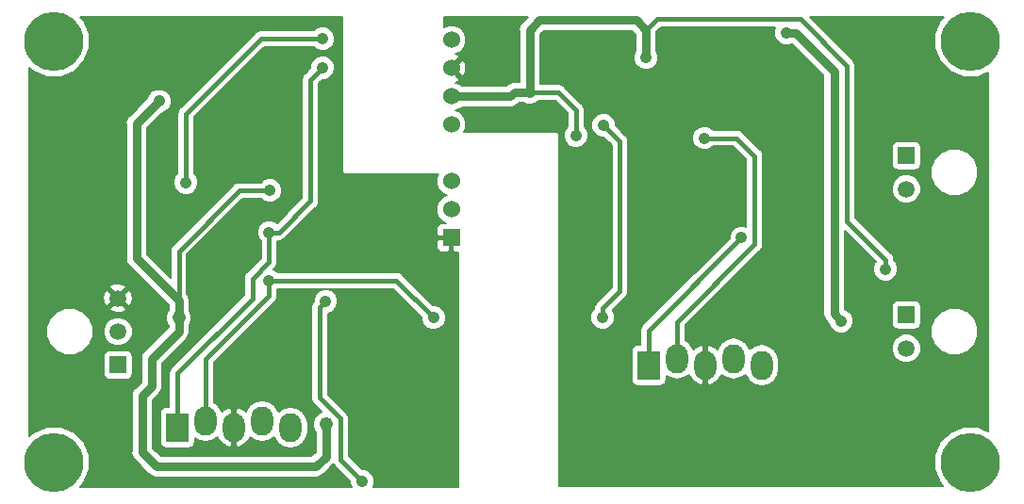
<source format=gbl>
G04 #@! TF.GenerationSoftware,KiCad,Pcbnew,(5.0.0)*
G04 #@! TF.CreationDate,2020-04-20T12:53:27-07:00*
G04 #@! TF.ProjectId,PowerShuffler2,506F77657253687566666C6572322E6B,rev?*
G04 #@! TF.SameCoordinates,Original*
G04 #@! TF.FileFunction,Copper,L4,Bot,Signal*
G04 #@! TF.FilePolarity,Positive*
%FSLAX46Y46*%
G04 Gerber Fmt 4.6, Leading zero omitted, Abs format (unit mm)*
G04 Created by KiCad (PCBNEW (5.0.0)) date 04/20/20 12:53:27*
%MOMM*%
%LPD*%
G01*
G04 APERTURE LIST*
G04 #@! TA.AperFunction,ComponentPad*
%ADD10R,1.524000X1.524000*%
G04 #@! TD*
G04 #@! TA.AperFunction,ComponentPad*
%ADD11C,1.524000*%
G04 #@! TD*
G04 #@! TA.AperFunction,ComponentPad*
%ADD12C,1.500000*%
G04 #@! TD*
G04 #@! TA.AperFunction,ComponentPad*
%ADD13R,1.500000X1.500000*%
G04 #@! TD*
G04 #@! TA.AperFunction,ComponentPad*
%ADD14R,2.000000X2.600000*%
G04 #@! TD*
G04 #@! TA.AperFunction,ComponentPad*
%ADD15O,2.000000X2.600000*%
G04 #@! TD*
G04 #@! TA.AperFunction,ComponentPad*
%ADD16C,5.300000*%
G04 #@! TD*
G04 #@! TA.AperFunction,ViaPad*
%ADD17C,1.066800*%
G04 #@! TD*
G04 #@! TA.AperFunction,ViaPad*
%ADD18C,1.219200*%
G04 #@! TD*
G04 #@! TA.AperFunction,Conductor*
%ADD19C,0.381000*%
G04 #@! TD*
G04 #@! TA.AperFunction,Conductor*
%ADD20C,0.762000*%
G04 #@! TD*
G04 #@! TA.AperFunction,Conductor*
%ADD21C,0.203200*%
G04 #@! TD*
G04 APERTURE END LIST*
D10*
G04 #@! TO.P,U4,1*
G04 #@! TO.N,GNDS*
X92837000Y-92329000D03*
D11*
G04 #@! TO.P,U4,2*
G04 #@! TO.N,/36VSWITCH*
X92837000Y-89789000D03*
G04 #@! TO.P,U4,3*
G04 #@! TO.N,Net-(U4-Pad3)*
X92837000Y-87249000D03*
G04 #@! TO.P,U4,5*
G04 #@! TO.N,Net-(U4-Pad5)*
X92837000Y-82169000D03*
G04 #@! TO.P,U4,6*
G04 #@! TO.N,+5VA*
X92837000Y-79629000D03*
G04 #@! TO.P,U4,7*
G04 #@! TO.N,GND*
X92837000Y-77089000D03*
G04 #@! TO.P,U4,8*
G04 #@! TO.N,Net-(U4-Pad8)*
X92837000Y-74549000D03*
G04 #@! TD*
D12*
G04 #@! TO.P,J5,2*
G04 #@! TO.N,Net-(F3-Pad1)*
X133705600Y-102263200D03*
D13*
G04 #@! TO.P,J5,1*
G04 #@! TO.N,Net-(J5-Pad1)*
X133705600Y-99263200D03*
G04 #@! TD*
D14*
G04 #@! TO.P,J2,1*
G04 #@! TO.N,+3V3*
X68237100Y-109385100D03*
D15*
G04 #@! TO.P,J2,2*
G04 #@! TO.N,/PB3_1*
X70777100Y-108785100D03*
G04 #@! TO.P,J2,3*
G04 #@! TO.N,GNDS*
X73317100Y-109385100D03*
G04 #@! TO.P,J2,4*
G04 #@! TO.N,/PB0_1*
X75857100Y-108785100D03*
G04 #@! TO.P,J2,5*
G04 #@! TO.N,/PB1_1*
X78397100Y-109385100D03*
G04 #@! TD*
D14*
G04 #@! TO.P,J4,1*
G04 #@! TO.N,+3.3VA*
X110566200Y-103779600D03*
D15*
G04 #@! TO.P,J4,2*
G04 #@! TO.N,/PB3_2*
X113106200Y-103179600D03*
G04 #@! TO.P,J4,3*
G04 #@! TO.N,GND*
X115646200Y-103779600D03*
G04 #@! TO.P,J4,4*
G04 #@! TO.N,/PB0_2*
X118186200Y-103179600D03*
G04 #@! TO.P,J4,5*
G04 #@! TO.N,/PB1_2*
X120726200Y-103779600D03*
G04 #@! TD*
D13*
G04 #@! TO.P,J3,1*
G04 #@! TO.N,Net-(F2-Pad1)*
X133705600Y-84937600D03*
D12*
G04 #@! TO.P,J3,2*
G04 #@! TO.N,Net-(J3-Pad2)*
X133705600Y-87937600D03*
G04 #@! TD*
D13*
G04 #@! TO.P,J1,1*
G04 #@! TO.N,Net-(F1-Pad2)*
X62903100Y-103759000D03*
D12*
G04 #@! TO.P,J1,2*
G04 #@! TO.N,Net-(J1-Pad2)*
X62903100Y-100759000D03*
G04 #@! TO.P,J1,3*
G04 #@! TO.N,GNDS*
X62903100Y-97759000D03*
G04 #@! TD*
D16*
G04 #@! TO.P,MNT1,*
G04 #@! TO.N,*
X57150000Y-74676000D03*
G04 #@! TD*
G04 #@! TO.P,MNT2,*
G04 #@! TO.N,*
X139446000Y-74676000D03*
G04 #@! TD*
G04 #@! TO.P,MNT3,*
G04 #@! TO.N,*
X57150000Y-112522000D03*
G04 #@! TD*
G04 #@! TO.P,MNT4,*
G04 #@! TO.N,*
X139446000Y-112522000D03*
G04 #@! TD*
D17*
G04 #@! TO.N,+3V3*
X69011800Y-87350600D03*
X81280000Y-77038200D03*
X76479400Y-91846400D03*
X81280000Y-74447400D03*
G04 #@! TO.N,GND*
X116713000Y-75209400D03*
X116713000Y-77216000D03*
X130378200Y-77343000D03*
X104902000Y-87503000D03*
X113004600Y-82854800D03*
X119202200Y-99034600D03*
X121285000Y-97358200D03*
X104902000Y-93040200D03*
X105714800Y-107238800D03*
X105714800Y-103505000D03*
X130378200Y-100660200D03*
X127838200Y-109397800D03*
X130276600Y-86741000D03*
X97155000Y-81432400D03*
X97434400Y-78079600D03*
X96875600Y-76479400D03*
X95123000Y-81432400D03*
X101396800Y-76123800D03*
X106197400Y-76200000D03*
X136601200Y-79705200D03*
X136601200Y-107467400D03*
X137515600Y-93624400D03*
X106019600Y-95250000D03*
X130225800Y-109397800D03*
G04 #@! TO.N,+5VA*
X131826000Y-95148400D03*
X110337600Y-76149200D03*
X99872800Y-79273400D03*
X104013000Y-83134200D03*
G04 #@! TO.N,+3.3VA*
X106502200Y-82219800D03*
X106426000Y-99491800D03*
X118897400Y-92329000D03*
G04 #@! TO.N,/PB3_2*
X115570000Y-83362800D03*
G04 #@! TO.N,/PB2_1*
X84836000Y-114223800D03*
X81559400Y-98018600D03*
G04 #@! TO.N,/PB3_1*
X91236800Y-99517200D03*
X76454000Y-96164400D03*
G04 #@! TO.N,+36V*
X66586100Y-80048100D03*
D18*
X68364100Y-99517200D03*
D17*
X76530200Y-88087200D03*
D18*
X81572100Y-109093000D03*
D17*
G04 #@! TO.N,/VBATT*
X122910600Y-73914000D03*
X127838200Y-99796600D03*
G04 #@! TO.N,GNDS*
X71577200Y-81635600D03*
X71475600Y-83134200D03*
X69189600Y-89839800D03*
X56286400Y-79070200D03*
X61569600Y-73583800D03*
X56464200Y-106629200D03*
X60426600Y-109245400D03*
X73380600Y-103860600D03*
X79375000Y-100838000D03*
X82677000Y-102666800D03*
X84785200Y-102666800D03*
X83794600Y-94005400D03*
X91236800Y-108229400D03*
X81686400Y-86131400D03*
X88239600Y-111582200D03*
X76403200Y-100609400D03*
X82219800Y-113436400D03*
G04 #@! TD*
D19*
G04 #@! TO.N,+3V3*
X69011800Y-81178400D02*
X69011800Y-87350600D01*
X81280000Y-74447400D02*
X75742800Y-74447400D01*
X75742800Y-74447400D02*
X69011800Y-81178400D01*
X80187800Y-78130400D02*
X81280000Y-77038200D01*
X80187800Y-89027000D02*
X80187800Y-78130400D01*
X76479400Y-91846400D02*
X77368400Y-91846400D01*
X77368400Y-91846400D02*
X80187800Y-89027000D01*
X76479400Y-94488000D02*
X74968100Y-95999300D01*
X76479400Y-91846400D02*
X76479400Y-94488000D01*
X74968100Y-95999300D02*
X74968100Y-97790000D01*
X74968100Y-97790000D02*
X68237100Y-104521000D01*
X68237100Y-104521000D02*
X68237100Y-109385100D01*
D20*
G04 #@! TO.N,+5VA*
X110337600Y-73685400D02*
X110337600Y-76149200D01*
D19*
X104013000Y-80822800D02*
X104013000Y-83134200D01*
X99872800Y-79273400D02*
X102463600Y-79273400D01*
X102463600Y-79273400D02*
X104013000Y-80822800D01*
D20*
X109423200Y-72771000D02*
X110337600Y-73685400D01*
X100736400Y-72771000D02*
X109423200Y-72771000D01*
X98501200Y-79273400D02*
X99872800Y-79273400D01*
X92837000Y-79629000D02*
X98145600Y-79629000D01*
X98145600Y-79629000D02*
X98501200Y-79273400D01*
X99872800Y-73634600D02*
X100736400Y-72771000D01*
X99872800Y-79273400D02*
X99872800Y-73634600D01*
D19*
X111353600Y-72669400D02*
X110337600Y-73685400D01*
X124155200Y-72669400D02*
X111353600Y-72669400D01*
X128346200Y-76860400D02*
X124155200Y-72669400D01*
X128346200Y-90830400D02*
X128346200Y-76860400D01*
X131826000Y-95148400D02*
X131826000Y-94310200D01*
X131826000Y-94310200D02*
X128346200Y-90830400D01*
G04 #@! TO.N,+3.3VA*
X110566200Y-100660200D02*
X118897400Y-92329000D01*
X110566200Y-103779600D02*
X110566200Y-100660200D01*
X106426000Y-98653600D02*
X106426000Y-99491800D01*
X107975400Y-97104200D02*
X106426000Y-98653600D01*
X106502200Y-82219800D02*
X107975400Y-83693000D01*
X107975400Y-83693000D02*
X107975400Y-97104200D01*
G04 #@! TO.N,/PB3_2*
X113106200Y-99872800D02*
X113106200Y-103179600D01*
X120065800Y-92913200D02*
X113106200Y-99872800D01*
X120065800Y-84988400D02*
X120065800Y-92913200D01*
X115570000Y-83362800D02*
X118440200Y-83362800D01*
X118440200Y-83362800D02*
X120065800Y-84988400D01*
G04 #@! TO.N,/PB2_1*
X82880200Y-112268000D02*
X84836000Y-114223800D01*
X82880200Y-108585000D02*
X82880200Y-112268000D01*
X81000600Y-106705400D02*
X82880200Y-108585000D01*
X81559400Y-98018600D02*
X81000600Y-98577400D01*
X81000600Y-98577400D02*
X81000600Y-106705400D01*
G04 #@! TO.N,/PB3_1*
X87884000Y-96164400D02*
X91236800Y-99517200D01*
X76454000Y-96164400D02*
X87884000Y-96164400D01*
X70777100Y-103212900D02*
X70777100Y-108785100D01*
X76454000Y-96164400D02*
X76454000Y-97536000D01*
X76454000Y-97536000D02*
X70777100Y-103212900D01*
D20*
G04 #@! TO.N,+36V*
X68364100Y-99517200D02*
X68364100Y-97980500D01*
X68364100Y-97980500D02*
X64554100Y-94170500D01*
X64554100Y-82080100D02*
X66586100Y-80048100D01*
X64554100Y-94170500D02*
X64554100Y-82080100D01*
D19*
X68364100Y-99517200D02*
X68364100Y-93522800D01*
X68364100Y-93522800D02*
X73799700Y-88087200D01*
X73799700Y-88087200D02*
X76530200Y-88087200D01*
D20*
X81572100Y-112001300D02*
X81572100Y-109093000D01*
X80670400Y-112903000D02*
X81572100Y-112001300D01*
X66370200Y-112903000D02*
X80670400Y-112903000D01*
X68364100Y-100761800D02*
X65913000Y-103212900D01*
X68364100Y-99517200D02*
X68364100Y-100761800D01*
X65913000Y-103212900D02*
X65913000Y-105689400D01*
X65074800Y-106527600D02*
X65074800Y-111607600D01*
X65913000Y-105689400D02*
X65074800Y-106527600D01*
X65074800Y-111607600D02*
X66370200Y-112903000D01*
G04 #@! TO.N,/VBATT*
X127203200Y-99161600D02*
X127838200Y-99796600D01*
X127203200Y-77368400D02*
X127203200Y-99161600D01*
X122910600Y-73914000D02*
X123748800Y-73914000D01*
X123748800Y-73914000D02*
X127203200Y-77368400D01*
G04 #@! TD*
D21*
G04 #@! TO.N,GNDS*
G36*
X83083400Y-86487000D02*
X83091134Y-86525881D01*
X83113158Y-86558842D01*
X83146119Y-86580866D01*
X83185000Y-86588600D01*
X91680923Y-86588600D01*
X91516200Y-86986277D01*
X91516200Y-87511723D01*
X91717280Y-87997173D01*
X92088827Y-88368720D01*
X92451635Y-88519000D01*
X92088827Y-88669280D01*
X91717280Y-89040827D01*
X91516200Y-89526277D01*
X91516200Y-90051723D01*
X91717280Y-90537173D01*
X92088827Y-90908720D01*
X92328993Y-91008200D01*
X91963848Y-91008200D01*
X91758465Y-91093272D01*
X91601272Y-91250465D01*
X91516200Y-91455848D01*
X91516200Y-92036900D01*
X91655900Y-92176600D01*
X92684600Y-92176600D01*
X92684600Y-92156600D01*
X92989400Y-92156600D01*
X92989400Y-92176600D01*
X93009400Y-92176600D01*
X93009400Y-92481400D01*
X92989400Y-92481400D01*
X92989400Y-93510100D01*
X93129100Y-93649800D01*
X93497400Y-93649800D01*
X93497400Y-114706400D01*
X85818289Y-114706400D01*
X85928200Y-114441052D01*
X85928200Y-114006548D01*
X85761922Y-113605119D01*
X85454681Y-113297878D01*
X85053252Y-113131600D01*
X84803470Y-113131600D01*
X83629500Y-111957631D01*
X83629500Y-108658796D01*
X83644179Y-108585000D01*
X83622674Y-108476887D01*
X83586025Y-108292638D01*
X83420415Y-108044785D01*
X83357852Y-108002982D01*
X81749900Y-106395031D01*
X81749900Y-99110800D01*
X81776652Y-99110800D01*
X82178081Y-98944522D01*
X82485322Y-98637281D01*
X82651600Y-98235852D01*
X82651600Y-97801348D01*
X82485322Y-97399919D01*
X82178081Y-97092678D01*
X81776652Y-96926400D01*
X81342148Y-96926400D01*
X80940719Y-97092678D01*
X80633478Y-97399919D01*
X80467200Y-97801348D01*
X80467200Y-98032631D01*
X80460385Y-98037185D01*
X80294775Y-98285039D01*
X80254176Y-98489145D01*
X80236621Y-98577400D01*
X80251300Y-98651196D01*
X80251301Y-106631599D01*
X80236621Y-106705400D01*
X80274487Y-106895762D01*
X80294776Y-106997762D01*
X80460386Y-107245615D01*
X80522950Y-107287419D01*
X81212723Y-107977192D01*
X80910255Y-108102479D01*
X80581579Y-108431155D01*
X80403700Y-108860591D01*
X80403700Y-109325409D01*
X80581579Y-109754845D01*
X80632301Y-109805567D01*
X80632300Y-111612022D01*
X80281123Y-111963200D01*
X66759478Y-111963200D01*
X66014600Y-111218323D01*
X66014600Y-108085100D01*
X66667353Y-108085100D01*
X66667353Y-110685100D01*
X66710722Y-110903133D01*
X66834228Y-111087972D01*
X67019067Y-111211478D01*
X67237100Y-111254847D01*
X69237100Y-111254847D01*
X69455133Y-111211478D01*
X69639972Y-111087972D01*
X69763478Y-110903133D01*
X69806847Y-110685100D01*
X69806847Y-110311550D01*
X70168888Y-110553457D01*
X70777100Y-110674438D01*
X71385313Y-110553457D01*
X71866180Y-110232152D01*
X71904755Y-110377477D01*
X72277225Y-110865254D01*
X72808006Y-111173363D01*
X72923895Y-111193492D01*
X73164700Y-111095993D01*
X73164700Y-109537500D01*
X73144700Y-109537500D01*
X73144700Y-109232700D01*
X73164700Y-109232700D01*
X73164700Y-107674207D01*
X73469500Y-107674207D01*
X73469500Y-109232700D01*
X73489500Y-109232700D01*
X73489500Y-109537500D01*
X73469500Y-109537500D01*
X73469500Y-111095993D01*
X73710305Y-111193492D01*
X73826194Y-111173363D01*
X74356975Y-110865254D01*
X74729445Y-110377477D01*
X74768020Y-110232152D01*
X75248888Y-110553457D01*
X75857100Y-110674438D01*
X76465313Y-110553457D01*
X76920050Y-110249612D01*
X76928743Y-110293313D01*
X77273268Y-110808932D01*
X77788888Y-111153457D01*
X78397100Y-111274438D01*
X79005313Y-111153457D01*
X79520932Y-110808932D01*
X79865457Y-110293313D01*
X79955900Y-109838624D01*
X79955900Y-108931575D01*
X79865457Y-108476887D01*
X79520932Y-107961268D01*
X79005312Y-107616743D01*
X78397100Y-107495762D01*
X77788887Y-107616743D01*
X77334150Y-107920588D01*
X77325457Y-107876887D01*
X76980932Y-107361268D01*
X76465312Y-107016743D01*
X75857100Y-106895762D01*
X75248887Y-107016743D01*
X74733268Y-107361268D01*
X74388743Y-107876888D01*
X74377750Y-107932153D01*
X74356975Y-107904946D01*
X73826194Y-107596837D01*
X73710305Y-107576708D01*
X73469500Y-107674207D01*
X73164700Y-107674207D01*
X72923895Y-107576708D01*
X72808006Y-107596837D01*
X72277225Y-107904946D01*
X72256450Y-107932152D01*
X72245457Y-107876887D01*
X71900932Y-107361268D01*
X71526400Y-107111015D01*
X71526400Y-103523269D01*
X76931651Y-98118019D01*
X76994215Y-98076215D01*
X77159825Y-97828362D01*
X77203300Y-97609797D01*
X77203300Y-97609796D01*
X77217979Y-97536000D01*
X77203300Y-97462204D01*
X77203300Y-96959703D01*
X77249303Y-96913700D01*
X87573631Y-96913700D01*
X90144600Y-99484670D01*
X90144600Y-99734452D01*
X90310878Y-100135881D01*
X90618119Y-100443122D01*
X91019548Y-100609400D01*
X91454052Y-100609400D01*
X91855481Y-100443122D01*
X92162722Y-100135881D01*
X92329000Y-99734452D01*
X92329000Y-99299948D01*
X92162722Y-98898519D01*
X91855481Y-98591278D01*
X91454052Y-98425000D01*
X91204270Y-98425000D01*
X88466021Y-95686752D01*
X88424215Y-95624185D01*
X88176362Y-95458575D01*
X87957797Y-95415100D01*
X87957796Y-95415100D01*
X87884000Y-95400421D01*
X87810204Y-95415100D01*
X77249303Y-95415100D01*
X77072681Y-95238478D01*
X76871800Y-95155270D01*
X76957051Y-95070019D01*
X77019615Y-95028215D01*
X77185225Y-94780362D01*
X77228700Y-94561797D01*
X77228700Y-94561796D01*
X77243379Y-94488000D01*
X77228700Y-94414204D01*
X77228700Y-92641703D01*
X77249303Y-92621100D01*
X91516200Y-92621100D01*
X91516200Y-93202152D01*
X91601272Y-93407535D01*
X91758465Y-93564728D01*
X91963848Y-93649800D01*
X92544900Y-93649800D01*
X92684600Y-93510100D01*
X92684600Y-92481400D01*
X91655900Y-92481400D01*
X91516200Y-92621100D01*
X77249303Y-92621100D01*
X77274703Y-92595700D01*
X77294604Y-92595700D01*
X77368400Y-92610379D01*
X77442196Y-92595700D01*
X77442197Y-92595700D01*
X77660762Y-92552225D01*
X77908615Y-92386615D01*
X77950421Y-92324048D01*
X80665452Y-89609018D01*
X80728015Y-89567215D01*
X80893625Y-89319362D01*
X80937100Y-89100797D01*
X80937100Y-89100796D01*
X80951779Y-89027000D01*
X80937100Y-88953204D01*
X80937100Y-78440769D01*
X81247469Y-78130400D01*
X81497252Y-78130400D01*
X81898681Y-77964122D01*
X82205922Y-77656881D01*
X82372200Y-77255452D01*
X82372200Y-76820948D01*
X82205922Y-76419519D01*
X81898681Y-76112278D01*
X81497252Y-75946000D01*
X81062748Y-75946000D01*
X80661319Y-76112278D01*
X80354078Y-76419519D01*
X80187800Y-76820948D01*
X80187800Y-77070731D01*
X79710149Y-77548381D01*
X79647586Y-77590185D01*
X79605783Y-77652748D01*
X79481976Y-77838038D01*
X79423821Y-78130400D01*
X79438501Y-78204201D01*
X79438500Y-88716630D01*
X77166367Y-90988764D01*
X77098081Y-90920478D01*
X76696652Y-90754200D01*
X76262148Y-90754200D01*
X75860719Y-90920478D01*
X75553478Y-91227719D01*
X75387200Y-91629148D01*
X75387200Y-92063652D01*
X75553478Y-92465081D01*
X75730100Y-92641703D01*
X75730101Y-94177629D01*
X74490452Y-95417279D01*
X74427885Y-95459085D01*
X74262275Y-95706939D01*
X74229435Y-95872038D01*
X74204121Y-95999300D01*
X74218800Y-96073096D01*
X74218801Y-97479628D01*
X67759452Y-103938979D01*
X67696885Y-103980785D01*
X67531275Y-104228639D01*
X67487800Y-104447203D01*
X67473121Y-104521000D01*
X67487800Y-104594796D01*
X67487801Y-107515353D01*
X67237100Y-107515353D01*
X67019067Y-107558722D01*
X66834228Y-107682228D01*
X66710722Y-107867067D01*
X66667353Y-108085100D01*
X66014600Y-108085100D01*
X66014600Y-106916877D01*
X66512092Y-106419386D01*
X66590557Y-106366957D01*
X66642986Y-106288492D01*
X66642988Y-106288490D01*
X66798271Y-106056093D01*
X66798271Y-106056092D01*
X66798272Y-106056091D01*
X66852800Y-105781959D01*
X66852800Y-105781954D01*
X66871210Y-105689400D01*
X66852800Y-105596846D01*
X66852800Y-103602177D01*
X68963192Y-101491786D01*
X69041657Y-101439357D01*
X69094086Y-101360892D01*
X69094088Y-101360890D01*
X69249371Y-101128493D01*
X69249371Y-101128492D01*
X69249372Y-101128491D01*
X69303900Y-100854359D01*
X69303900Y-100854354D01*
X69322310Y-100761800D01*
X69303900Y-100669246D01*
X69303900Y-100229766D01*
X69354621Y-100179045D01*
X69532500Y-99749609D01*
X69532500Y-99284791D01*
X69354621Y-98855355D01*
X69303900Y-98804634D01*
X69303900Y-98073054D01*
X69322310Y-97980500D01*
X69303900Y-97887946D01*
X69303900Y-97887941D01*
X69249372Y-97613809D01*
X69130953Y-97436583D01*
X69113400Y-97410313D01*
X69113400Y-93833169D01*
X74110070Y-88836500D01*
X75734897Y-88836500D01*
X75911519Y-89013122D01*
X76312948Y-89179400D01*
X76747452Y-89179400D01*
X77148881Y-89013122D01*
X77456122Y-88705881D01*
X77622400Y-88304452D01*
X77622400Y-87869948D01*
X77456122Y-87468519D01*
X77148881Y-87161278D01*
X76747452Y-86995000D01*
X76312948Y-86995000D01*
X75911519Y-87161278D01*
X75734897Y-87337900D01*
X73873495Y-87337900D01*
X73799699Y-87323221D01*
X73725903Y-87337900D01*
X73507338Y-87381375D01*
X73259485Y-87546985D01*
X73217681Y-87609549D01*
X67886450Y-92940781D01*
X67823886Y-92982585D01*
X67782083Y-93045148D01*
X67658276Y-93230438D01*
X67600121Y-93522800D01*
X67614801Y-93596600D01*
X67614801Y-95902123D01*
X65493900Y-93781223D01*
X65493900Y-87133348D01*
X67919600Y-87133348D01*
X67919600Y-87567852D01*
X68085878Y-87969281D01*
X68393119Y-88276522D01*
X68794548Y-88442800D01*
X69229052Y-88442800D01*
X69630481Y-88276522D01*
X69937722Y-87969281D01*
X70104000Y-87567852D01*
X70104000Y-87133348D01*
X69937722Y-86731919D01*
X69761100Y-86555297D01*
X69761100Y-81488769D01*
X76053171Y-75196700D01*
X80484697Y-75196700D01*
X80661319Y-75373322D01*
X81062748Y-75539600D01*
X81497252Y-75539600D01*
X81898681Y-75373322D01*
X82205922Y-75066081D01*
X82372200Y-74664652D01*
X82372200Y-74230148D01*
X82205922Y-73828719D01*
X81898681Y-73521478D01*
X81497252Y-73355200D01*
X81062748Y-73355200D01*
X80661319Y-73521478D01*
X80484697Y-73698100D01*
X75816595Y-73698100D01*
X75742799Y-73683421D01*
X75669003Y-73698100D01*
X75450438Y-73741575D01*
X75202585Y-73907185D01*
X75160783Y-73969746D01*
X68534152Y-80596379D01*
X68471585Y-80638185D01*
X68305975Y-80886039D01*
X68273505Y-81049280D01*
X68247821Y-81178400D01*
X68262500Y-81252196D01*
X68262501Y-86555296D01*
X68085878Y-86731919D01*
X67919600Y-87133348D01*
X65493900Y-87133348D01*
X65493900Y-82469377D01*
X66836855Y-81126422D01*
X67204781Y-80974022D01*
X67512022Y-80666781D01*
X67678300Y-80265352D01*
X67678300Y-79830848D01*
X67512022Y-79429419D01*
X67204781Y-79122178D01*
X66803352Y-78955900D01*
X66368848Y-78955900D01*
X65967419Y-79122178D01*
X65660178Y-79429419D01*
X65507778Y-79797345D01*
X63955008Y-81350114D01*
X63876544Y-81402543D01*
X63824115Y-81481008D01*
X63824112Y-81481011D01*
X63668829Y-81713408D01*
X63595890Y-82080100D01*
X63614301Y-82172659D01*
X63614300Y-94077946D01*
X63595890Y-94170500D01*
X63614300Y-94263054D01*
X63614300Y-94263058D01*
X63668828Y-94537190D01*
X63876543Y-94848057D01*
X63955011Y-94900488D01*
X67424301Y-98369779D01*
X67424300Y-98804634D01*
X67373579Y-98855355D01*
X67195700Y-99284791D01*
X67195700Y-99749609D01*
X67373579Y-100179045D01*
X67424301Y-100229767D01*
X67424301Y-100372521D01*
X65313911Y-102482912D01*
X65235443Y-102535343D01*
X65183013Y-102613810D01*
X65183012Y-102613811D01*
X65101871Y-102735248D01*
X65027728Y-102846210D01*
X64973200Y-103120342D01*
X64973200Y-103120346D01*
X64954790Y-103212900D01*
X64973200Y-103305454D01*
X64973201Y-105300122D01*
X64475710Y-105797613D01*
X64397243Y-105850043D01*
X64344813Y-105928510D01*
X64344812Y-105928511D01*
X64214603Y-106123383D01*
X64189528Y-106160910D01*
X64135000Y-106435042D01*
X64135000Y-106435046D01*
X64116590Y-106527600D01*
X64135000Y-106620154D01*
X64135001Y-111515041D01*
X64116590Y-111607600D01*
X64189529Y-111974292D01*
X64344812Y-112206689D01*
X64344815Y-112206692D01*
X64397244Y-112285157D01*
X64475708Y-112337585D01*
X65640214Y-113502092D01*
X65692643Y-113580557D01*
X65771108Y-113632986D01*
X65771109Y-113632987D01*
X66003507Y-113788271D01*
X66003508Y-113788271D01*
X66003509Y-113788272D01*
X66277641Y-113842800D01*
X66277645Y-113842800D01*
X66370199Y-113861210D01*
X66462753Y-113842800D01*
X80577846Y-113842800D01*
X80670400Y-113861210D01*
X80762954Y-113842800D01*
X80762959Y-113842800D01*
X81037091Y-113788272D01*
X81347957Y-113580557D01*
X81400387Y-113502090D01*
X82171192Y-112731285D01*
X82249657Y-112678857D01*
X82251604Y-112675943D01*
X82339986Y-112808215D01*
X82402550Y-112850019D01*
X83743800Y-114191270D01*
X83743800Y-114441052D01*
X83853711Y-114706400D01*
X59503528Y-114706400D01*
X59870289Y-114339639D01*
X60358800Y-113160270D01*
X60358800Y-111883730D01*
X59870289Y-110704361D01*
X58967639Y-109801711D01*
X57788270Y-109313200D01*
X56511730Y-109313200D01*
X55332361Y-109801711D01*
X54965600Y-110168472D01*
X54965600Y-103009000D01*
X61583353Y-103009000D01*
X61583353Y-104509000D01*
X61626722Y-104727033D01*
X61750228Y-104911872D01*
X61935067Y-105035378D01*
X62153100Y-105078747D01*
X63653100Y-105078747D01*
X63871133Y-105035378D01*
X64055972Y-104911872D01*
X64179478Y-104727033D01*
X64222847Y-104509000D01*
X64222847Y-103009000D01*
X64179478Y-102790967D01*
X64055972Y-102606128D01*
X63871133Y-102482622D01*
X63653100Y-102439253D01*
X62153100Y-102439253D01*
X61935067Y-102482622D01*
X61750228Y-102606128D01*
X61626722Y-102790967D01*
X61583353Y-103009000D01*
X54965600Y-103009000D01*
X54965600Y-100339534D01*
X56474300Y-100339534D01*
X56474300Y-101178466D01*
X56795346Y-101953539D01*
X57388561Y-102546754D01*
X58163634Y-102867800D01*
X59002566Y-102867800D01*
X59777639Y-102546754D01*
X60370854Y-101953539D01*
X60691900Y-101178466D01*
X60691900Y-100498663D01*
X61594300Y-100498663D01*
X61594300Y-101019337D01*
X61793553Y-101500376D01*
X62161724Y-101868547D01*
X62642763Y-102067800D01*
X63163437Y-102067800D01*
X63644476Y-101868547D01*
X64012647Y-101500376D01*
X64211900Y-101019337D01*
X64211900Y-100498663D01*
X64012647Y-100017624D01*
X63644476Y-99649453D01*
X63163437Y-99450200D01*
X62642763Y-99450200D01*
X62161724Y-99649453D01*
X61793553Y-100017624D01*
X61594300Y-100498663D01*
X60691900Y-100498663D01*
X60691900Y-100339534D01*
X60370854Y-99564461D01*
X59777639Y-98971246D01*
X59134071Y-98704671D01*
X62172955Y-98704671D01*
X62247161Y-98921100D01*
X62741808Y-99083658D01*
X63261011Y-99044548D01*
X63559039Y-98921100D01*
X63633245Y-98704671D01*
X62903100Y-97974526D01*
X62172955Y-98704671D01*
X59134071Y-98704671D01*
X59002566Y-98650200D01*
X58163634Y-98650200D01*
X57388561Y-98971246D01*
X56795346Y-99564461D01*
X56474300Y-100339534D01*
X54965600Y-100339534D01*
X54965600Y-97597708D01*
X61578442Y-97597708D01*
X61617552Y-98116911D01*
X61741000Y-98414939D01*
X61957429Y-98489145D01*
X62687574Y-97759000D01*
X63118626Y-97759000D01*
X63848771Y-98489145D01*
X64065200Y-98414939D01*
X64227758Y-97920292D01*
X64188648Y-97401089D01*
X64065200Y-97103061D01*
X63848771Y-97028855D01*
X63118626Y-97759000D01*
X62687574Y-97759000D01*
X61957429Y-97028855D01*
X61741000Y-97103061D01*
X61578442Y-97597708D01*
X54965600Y-97597708D01*
X54965600Y-96813329D01*
X62172955Y-96813329D01*
X62903100Y-97543474D01*
X63633245Y-96813329D01*
X63559039Y-96596900D01*
X63064392Y-96434342D01*
X62545189Y-96473452D01*
X62247161Y-96596900D01*
X62172955Y-96813329D01*
X54965600Y-96813329D01*
X54965600Y-77029528D01*
X55332361Y-77396289D01*
X56511730Y-77884800D01*
X57788270Y-77884800D01*
X58967639Y-77396289D01*
X59870289Y-76493639D01*
X60358800Y-75314270D01*
X60358800Y-74037730D01*
X59870289Y-72858361D01*
X59503528Y-72491600D01*
X83083400Y-72491600D01*
X83083400Y-86487000D01*
X83083400Y-86487000D01*
G37*
X83083400Y-86487000D02*
X83091134Y-86525881D01*
X83113158Y-86558842D01*
X83146119Y-86580866D01*
X83185000Y-86588600D01*
X91680923Y-86588600D01*
X91516200Y-86986277D01*
X91516200Y-87511723D01*
X91717280Y-87997173D01*
X92088827Y-88368720D01*
X92451635Y-88519000D01*
X92088827Y-88669280D01*
X91717280Y-89040827D01*
X91516200Y-89526277D01*
X91516200Y-90051723D01*
X91717280Y-90537173D01*
X92088827Y-90908720D01*
X92328993Y-91008200D01*
X91963848Y-91008200D01*
X91758465Y-91093272D01*
X91601272Y-91250465D01*
X91516200Y-91455848D01*
X91516200Y-92036900D01*
X91655900Y-92176600D01*
X92684600Y-92176600D01*
X92684600Y-92156600D01*
X92989400Y-92156600D01*
X92989400Y-92176600D01*
X93009400Y-92176600D01*
X93009400Y-92481400D01*
X92989400Y-92481400D01*
X92989400Y-93510100D01*
X93129100Y-93649800D01*
X93497400Y-93649800D01*
X93497400Y-114706400D01*
X85818289Y-114706400D01*
X85928200Y-114441052D01*
X85928200Y-114006548D01*
X85761922Y-113605119D01*
X85454681Y-113297878D01*
X85053252Y-113131600D01*
X84803470Y-113131600D01*
X83629500Y-111957631D01*
X83629500Y-108658796D01*
X83644179Y-108585000D01*
X83622674Y-108476887D01*
X83586025Y-108292638D01*
X83420415Y-108044785D01*
X83357852Y-108002982D01*
X81749900Y-106395031D01*
X81749900Y-99110800D01*
X81776652Y-99110800D01*
X82178081Y-98944522D01*
X82485322Y-98637281D01*
X82651600Y-98235852D01*
X82651600Y-97801348D01*
X82485322Y-97399919D01*
X82178081Y-97092678D01*
X81776652Y-96926400D01*
X81342148Y-96926400D01*
X80940719Y-97092678D01*
X80633478Y-97399919D01*
X80467200Y-97801348D01*
X80467200Y-98032631D01*
X80460385Y-98037185D01*
X80294775Y-98285039D01*
X80254176Y-98489145D01*
X80236621Y-98577400D01*
X80251300Y-98651196D01*
X80251301Y-106631599D01*
X80236621Y-106705400D01*
X80274487Y-106895762D01*
X80294776Y-106997762D01*
X80460386Y-107245615D01*
X80522950Y-107287419D01*
X81212723Y-107977192D01*
X80910255Y-108102479D01*
X80581579Y-108431155D01*
X80403700Y-108860591D01*
X80403700Y-109325409D01*
X80581579Y-109754845D01*
X80632301Y-109805567D01*
X80632300Y-111612022D01*
X80281123Y-111963200D01*
X66759478Y-111963200D01*
X66014600Y-111218323D01*
X66014600Y-108085100D01*
X66667353Y-108085100D01*
X66667353Y-110685100D01*
X66710722Y-110903133D01*
X66834228Y-111087972D01*
X67019067Y-111211478D01*
X67237100Y-111254847D01*
X69237100Y-111254847D01*
X69455133Y-111211478D01*
X69639972Y-111087972D01*
X69763478Y-110903133D01*
X69806847Y-110685100D01*
X69806847Y-110311550D01*
X70168888Y-110553457D01*
X70777100Y-110674438D01*
X71385313Y-110553457D01*
X71866180Y-110232152D01*
X71904755Y-110377477D01*
X72277225Y-110865254D01*
X72808006Y-111173363D01*
X72923895Y-111193492D01*
X73164700Y-111095993D01*
X73164700Y-109537500D01*
X73144700Y-109537500D01*
X73144700Y-109232700D01*
X73164700Y-109232700D01*
X73164700Y-107674207D01*
X73469500Y-107674207D01*
X73469500Y-109232700D01*
X73489500Y-109232700D01*
X73489500Y-109537500D01*
X73469500Y-109537500D01*
X73469500Y-111095993D01*
X73710305Y-111193492D01*
X73826194Y-111173363D01*
X74356975Y-110865254D01*
X74729445Y-110377477D01*
X74768020Y-110232152D01*
X75248888Y-110553457D01*
X75857100Y-110674438D01*
X76465313Y-110553457D01*
X76920050Y-110249612D01*
X76928743Y-110293313D01*
X77273268Y-110808932D01*
X77788888Y-111153457D01*
X78397100Y-111274438D01*
X79005313Y-111153457D01*
X79520932Y-110808932D01*
X79865457Y-110293313D01*
X79955900Y-109838624D01*
X79955900Y-108931575D01*
X79865457Y-108476887D01*
X79520932Y-107961268D01*
X79005312Y-107616743D01*
X78397100Y-107495762D01*
X77788887Y-107616743D01*
X77334150Y-107920588D01*
X77325457Y-107876887D01*
X76980932Y-107361268D01*
X76465312Y-107016743D01*
X75857100Y-106895762D01*
X75248887Y-107016743D01*
X74733268Y-107361268D01*
X74388743Y-107876888D01*
X74377750Y-107932153D01*
X74356975Y-107904946D01*
X73826194Y-107596837D01*
X73710305Y-107576708D01*
X73469500Y-107674207D01*
X73164700Y-107674207D01*
X72923895Y-107576708D01*
X72808006Y-107596837D01*
X72277225Y-107904946D01*
X72256450Y-107932152D01*
X72245457Y-107876887D01*
X71900932Y-107361268D01*
X71526400Y-107111015D01*
X71526400Y-103523269D01*
X76931651Y-98118019D01*
X76994215Y-98076215D01*
X77159825Y-97828362D01*
X77203300Y-97609797D01*
X77203300Y-97609796D01*
X77217979Y-97536000D01*
X77203300Y-97462204D01*
X77203300Y-96959703D01*
X77249303Y-96913700D01*
X87573631Y-96913700D01*
X90144600Y-99484670D01*
X90144600Y-99734452D01*
X90310878Y-100135881D01*
X90618119Y-100443122D01*
X91019548Y-100609400D01*
X91454052Y-100609400D01*
X91855481Y-100443122D01*
X92162722Y-100135881D01*
X92329000Y-99734452D01*
X92329000Y-99299948D01*
X92162722Y-98898519D01*
X91855481Y-98591278D01*
X91454052Y-98425000D01*
X91204270Y-98425000D01*
X88466021Y-95686752D01*
X88424215Y-95624185D01*
X88176362Y-95458575D01*
X87957797Y-95415100D01*
X87957796Y-95415100D01*
X87884000Y-95400421D01*
X87810204Y-95415100D01*
X77249303Y-95415100D01*
X77072681Y-95238478D01*
X76871800Y-95155270D01*
X76957051Y-95070019D01*
X77019615Y-95028215D01*
X77185225Y-94780362D01*
X77228700Y-94561797D01*
X77228700Y-94561796D01*
X77243379Y-94488000D01*
X77228700Y-94414204D01*
X77228700Y-92641703D01*
X77249303Y-92621100D01*
X91516200Y-92621100D01*
X91516200Y-93202152D01*
X91601272Y-93407535D01*
X91758465Y-93564728D01*
X91963848Y-93649800D01*
X92544900Y-93649800D01*
X92684600Y-93510100D01*
X92684600Y-92481400D01*
X91655900Y-92481400D01*
X91516200Y-92621100D01*
X77249303Y-92621100D01*
X77274703Y-92595700D01*
X77294604Y-92595700D01*
X77368400Y-92610379D01*
X77442196Y-92595700D01*
X77442197Y-92595700D01*
X77660762Y-92552225D01*
X77908615Y-92386615D01*
X77950421Y-92324048D01*
X80665452Y-89609018D01*
X80728015Y-89567215D01*
X80893625Y-89319362D01*
X80937100Y-89100797D01*
X80937100Y-89100796D01*
X80951779Y-89027000D01*
X80937100Y-88953204D01*
X80937100Y-78440769D01*
X81247469Y-78130400D01*
X81497252Y-78130400D01*
X81898681Y-77964122D01*
X82205922Y-77656881D01*
X82372200Y-77255452D01*
X82372200Y-76820948D01*
X82205922Y-76419519D01*
X81898681Y-76112278D01*
X81497252Y-75946000D01*
X81062748Y-75946000D01*
X80661319Y-76112278D01*
X80354078Y-76419519D01*
X80187800Y-76820948D01*
X80187800Y-77070731D01*
X79710149Y-77548381D01*
X79647586Y-77590185D01*
X79605783Y-77652748D01*
X79481976Y-77838038D01*
X79423821Y-78130400D01*
X79438501Y-78204201D01*
X79438500Y-88716630D01*
X77166367Y-90988764D01*
X77098081Y-90920478D01*
X76696652Y-90754200D01*
X76262148Y-90754200D01*
X75860719Y-90920478D01*
X75553478Y-91227719D01*
X75387200Y-91629148D01*
X75387200Y-92063652D01*
X75553478Y-92465081D01*
X75730100Y-92641703D01*
X75730101Y-94177629D01*
X74490452Y-95417279D01*
X74427885Y-95459085D01*
X74262275Y-95706939D01*
X74229435Y-95872038D01*
X74204121Y-95999300D01*
X74218800Y-96073096D01*
X74218801Y-97479628D01*
X67759452Y-103938979D01*
X67696885Y-103980785D01*
X67531275Y-104228639D01*
X67487800Y-104447203D01*
X67473121Y-104521000D01*
X67487800Y-104594796D01*
X67487801Y-107515353D01*
X67237100Y-107515353D01*
X67019067Y-107558722D01*
X66834228Y-107682228D01*
X66710722Y-107867067D01*
X66667353Y-108085100D01*
X66014600Y-108085100D01*
X66014600Y-106916877D01*
X66512092Y-106419386D01*
X66590557Y-106366957D01*
X66642986Y-106288492D01*
X66642988Y-106288490D01*
X66798271Y-106056093D01*
X66798271Y-106056092D01*
X66798272Y-106056091D01*
X66852800Y-105781959D01*
X66852800Y-105781954D01*
X66871210Y-105689400D01*
X66852800Y-105596846D01*
X66852800Y-103602177D01*
X68963192Y-101491786D01*
X69041657Y-101439357D01*
X69094086Y-101360892D01*
X69094088Y-101360890D01*
X69249371Y-101128493D01*
X69249371Y-101128492D01*
X69249372Y-101128491D01*
X69303900Y-100854359D01*
X69303900Y-100854354D01*
X69322310Y-100761800D01*
X69303900Y-100669246D01*
X69303900Y-100229766D01*
X69354621Y-100179045D01*
X69532500Y-99749609D01*
X69532500Y-99284791D01*
X69354621Y-98855355D01*
X69303900Y-98804634D01*
X69303900Y-98073054D01*
X69322310Y-97980500D01*
X69303900Y-97887946D01*
X69303900Y-97887941D01*
X69249372Y-97613809D01*
X69130953Y-97436583D01*
X69113400Y-97410313D01*
X69113400Y-93833169D01*
X74110070Y-88836500D01*
X75734897Y-88836500D01*
X75911519Y-89013122D01*
X76312948Y-89179400D01*
X76747452Y-89179400D01*
X77148881Y-89013122D01*
X77456122Y-88705881D01*
X77622400Y-88304452D01*
X77622400Y-87869948D01*
X77456122Y-87468519D01*
X77148881Y-87161278D01*
X76747452Y-86995000D01*
X76312948Y-86995000D01*
X75911519Y-87161278D01*
X75734897Y-87337900D01*
X73873495Y-87337900D01*
X73799699Y-87323221D01*
X73725903Y-87337900D01*
X73507338Y-87381375D01*
X73259485Y-87546985D01*
X73217681Y-87609549D01*
X67886450Y-92940781D01*
X67823886Y-92982585D01*
X67782083Y-93045148D01*
X67658276Y-93230438D01*
X67600121Y-93522800D01*
X67614801Y-93596600D01*
X67614801Y-95902123D01*
X65493900Y-93781223D01*
X65493900Y-87133348D01*
X67919600Y-87133348D01*
X67919600Y-87567852D01*
X68085878Y-87969281D01*
X68393119Y-88276522D01*
X68794548Y-88442800D01*
X69229052Y-88442800D01*
X69630481Y-88276522D01*
X69937722Y-87969281D01*
X70104000Y-87567852D01*
X70104000Y-87133348D01*
X69937722Y-86731919D01*
X69761100Y-86555297D01*
X69761100Y-81488769D01*
X76053171Y-75196700D01*
X80484697Y-75196700D01*
X80661319Y-75373322D01*
X81062748Y-75539600D01*
X81497252Y-75539600D01*
X81898681Y-75373322D01*
X82205922Y-75066081D01*
X82372200Y-74664652D01*
X82372200Y-74230148D01*
X82205922Y-73828719D01*
X81898681Y-73521478D01*
X81497252Y-73355200D01*
X81062748Y-73355200D01*
X80661319Y-73521478D01*
X80484697Y-73698100D01*
X75816595Y-73698100D01*
X75742799Y-73683421D01*
X75669003Y-73698100D01*
X75450438Y-73741575D01*
X75202585Y-73907185D01*
X75160783Y-73969746D01*
X68534152Y-80596379D01*
X68471585Y-80638185D01*
X68305975Y-80886039D01*
X68273505Y-81049280D01*
X68247821Y-81178400D01*
X68262500Y-81252196D01*
X68262501Y-86555296D01*
X68085878Y-86731919D01*
X67919600Y-87133348D01*
X65493900Y-87133348D01*
X65493900Y-82469377D01*
X66836855Y-81126422D01*
X67204781Y-80974022D01*
X67512022Y-80666781D01*
X67678300Y-80265352D01*
X67678300Y-79830848D01*
X67512022Y-79429419D01*
X67204781Y-79122178D01*
X66803352Y-78955900D01*
X66368848Y-78955900D01*
X65967419Y-79122178D01*
X65660178Y-79429419D01*
X65507778Y-79797345D01*
X63955008Y-81350114D01*
X63876544Y-81402543D01*
X63824115Y-81481008D01*
X63824112Y-81481011D01*
X63668829Y-81713408D01*
X63595890Y-82080100D01*
X63614301Y-82172659D01*
X63614300Y-94077946D01*
X63595890Y-94170500D01*
X63614300Y-94263054D01*
X63614300Y-94263058D01*
X63668828Y-94537190D01*
X63876543Y-94848057D01*
X63955011Y-94900488D01*
X67424301Y-98369779D01*
X67424300Y-98804634D01*
X67373579Y-98855355D01*
X67195700Y-99284791D01*
X67195700Y-99749609D01*
X67373579Y-100179045D01*
X67424301Y-100229767D01*
X67424301Y-100372521D01*
X65313911Y-102482912D01*
X65235443Y-102535343D01*
X65183013Y-102613810D01*
X65183012Y-102613811D01*
X65101871Y-102735248D01*
X65027728Y-102846210D01*
X64973200Y-103120342D01*
X64973200Y-103120346D01*
X64954790Y-103212900D01*
X64973200Y-103305454D01*
X64973201Y-105300122D01*
X64475710Y-105797613D01*
X64397243Y-105850043D01*
X64344813Y-105928510D01*
X64344812Y-105928511D01*
X64214603Y-106123383D01*
X64189528Y-106160910D01*
X64135000Y-106435042D01*
X64135000Y-106435046D01*
X64116590Y-106527600D01*
X64135000Y-106620154D01*
X64135001Y-111515041D01*
X64116590Y-111607600D01*
X64189529Y-111974292D01*
X64344812Y-112206689D01*
X64344815Y-112206692D01*
X64397244Y-112285157D01*
X64475708Y-112337585D01*
X65640214Y-113502092D01*
X65692643Y-113580557D01*
X65771108Y-113632986D01*
X65771109Y-113632987D01*
X66003507Y-113788271D01*
X66003508Y-113788271D01*
X66003509Y-113788272D01*
X66277641Y-113842800D01*
X66277645Y-113842800D01*
X66370199Y-113861210D01*
X66462753Y-113842800D01*
X80577846Y-113842800D01*
X80670400Y-113861210D01*
X80762954Y-113842800D01*
X80762959Y-113842800D01*
X81037091Y-113788272D01*
X81347957Y-113580557D01*
X81400387Y-113502090D01*
X82171192Y-112731285D01*
X82249657Y-112678857D01*
X82251604Y-112675943D01*
X82339986Y-112808215D01*
X82402550Y-112850019D01*
X83743800Y-114191270D01*
X83743800Y-114441052D01*
X83853711Y-114706400D01*
X59503528Y-114706400D01*
X59870289Y-114339639D01*
X60358800Y-113160270D01*
X60358800Y-111883730D01*
X59870289Y-110704361D01*
X58967639Y-109801711D01*
X57788270Y-109313200D01*
X56511730Y-109313200D01*
X55332361Y-109801711D01*
X54965600Y-110168472D01*
X54965600Y-103009000D01*
X61583353Y-103009000D01*
X61583353Y-104509000D01*
X61626722Y-104727033D01*
X61750228Y-104911872D01*
X61935067Y-105035378D01*
X62153100Y-105078747D01*
X63653100Y-105078747D01*
X63871133Y-105035378D01*
X64055972Y-104911872D01*
X64179478Y-104727033D01*
X64222847Y-104509000D01*
X64222847Y-103009000D01*
X64179478Y-102790967D01*
X64055972Y-102606128D01*
X63871133Y-102482622D01*
X63653100Y-102439253D01*
X62153100Y-102439253D01*
X61935067Y-102482622D01*
X61750228Y-102606128D01*
X61626722Y-102790967D01*
X61583353Y-103009000D01*
X54965600Y-103009000D01*
X54965600Y-100339534D01*
X56474300Y-100339534D01*
X56474300Y-101178466D01*
X56795346Y-101953539D01*
X57388561Y-102546754D01*
X58163634Y-102867800D01*
X59002566Y-102867800D01*
X59777639Y-102546754D01*
X60370854Y-101953539D01*
X60691900Y-101178466D01*
X60691900Y-100498663D01*
X61594300Y-100498663D01*
X61594300Y-101019337D01*
X61793553Y-101500376D01*
X62161724Y-101868547D01*
X62642763Y-102067800D01*
X63163437Y-102067800D01*
X63644476Y-101868547D01*
X64012647Y-101500376D01*
X64211900Y-101019337D01*
X64211900Y-100498663D01*
X64012647Y-100017624D01*
X63644476Y-99649453D01*
X63163437Y-99450200D01*
X62642763Y-99450200D01*
X62161724Y-99649453D01*
X61793553Y-100017624D01*
X61594300Y-100498663D01*
X60691900Y-100498663D01*
X60691900Y-100339534D01*
X60370854Y-99564461D01*
X59777639Y-98971246D01*
X59134071Y-98704671D01*
X62172955Y-98704671D01*
X62247161Y-98921100D01*
X62741808Y-99083658D01*
X63261011Y-99044548D01*
X63559039Y-98921100D01*
X63633245Y-98704671D01*
X62903100Y-97974526D01*
X62172955Y-98704671D01*
X59134071Y-98704671D01*
X59002566Y-98650200D01*
X58163634Y-98650200D01*
X57388561Y-98971246D01*
X56795346Y-99564461D01*
X56474300Y-100339534D01*
X54965600Y-100339534D01*
X54965600Y-97597708D01*
X61578442Y-97597708D01*
X61617552Y-98116911D01*
X61741000Y-98414939D01*
X61957429Y-98489145D01*
X62687574Y-97759000D01*
X63118626Y-97759000D01*
X63848771Y-98489145D01*
X64065200Y-98414939D01*
X64227758Y-97920292D01*
X64188648Y-97401089D01*
X64065200Y-97103061D01*
X63848771Y-97028855D01*
X63118626Y-97759000D01*
X62687574Y-97759000D01*
X61957429Y-97028855D01*
X61741000Y-97103061D01*
X61578442Y-97597708D01*
X54965600Y-97597708D01*
X54965600Y-96813329D01*
X62172955Y-96813329D01*
X62903100Y-97543474D01*
X63633245Y-96813329D01*
X63559039Y-96596900D01*
X63064392Y-96434342D01*
X62545189Y-96473452D01*
X62247161Y-96596900D01*
X62172955Y-96813329D01*
X54965600Y-96813329D01*
X54965600Y-77029528D01*
X55332361Y-77396289D01*
X56511730Y-77884800D01*
X57788270Y-77884800D01*
X58967639Y-77396289D01*
X59870289Y-76493639D01*
X60358800Y-75314270D01*
X60358800Y-74037730D01*
X59870289Y-72858361D01*
X59503528Y-72491600D01*
X83083400Y-72491600D01*
X83083400Y-86487000D01*
G04 #@! TO.N,GND*
G36*
X136725711Y-72858361D02*
X136237200Y-74037730D01*
X136237200Y-75314270D01*
X136725711Y-76493639D01*
X137628361Y-77396289D01*
X138807730Y-77884800D01*
X140084270Y-77884800D01*
X141071222Y-77475991D01*
X141069445Y-109721273D01*
X140084270Y-109313200D01*
X138807730Y-109313200D01*
X137628361Y-109801711D01*
X136725711Y-110704361D01*
X136237200Y-111883730D01*
X136237200Y-113160270D01*
X136725711Y-114339639D01*
X137016272Y-114630200D01*
X102489000Y-114630200D01*
X102489000Y-102479600D01*
X108996453Y-102479600D01*
X108996453Y-105079600D01*
X109039822Y-105297633D01*
X109163328Y-105482472D01*
X109348167Y-105605978D01*
X109566200Y-105649347D01*
X111566200Y-105649347D01*
X111784233Y-105605978D01*
X111969072Y-105482472D01*
X112092578Y-105297633D01*
X112135947Y-105079600D01*
X112135947Y-104706050D01*
X112497988Y-104947957D01*
X113106200Y-105068938D01*
X113714413Y-104947957D01*
X114195280Y-104626652D01*
X114233855Y-104771977D01*
X114606325Y-105259754D01*
X115137106Y-105567863D01*
X115252995Y-105587992D01*
X115493800Y-105490493D01*
X115493800Y-103932000D01*
X115473800Y-103932000D01*
X115473800Y-103627200D01*
X115493800Y-103627200D01*
X115493800Y-102068707D01*
X115798600Y-102068707D01*
X115798600Y-103627200D01*
X115818600Y-103627200D01*
X115818600Y-103932000D01*
X115798600Y-103932000D01*
X115798600Y-105490493D01*
X116039405Y-105587992D01*
X116155294Y-105567863D01*
X116686075Y-105259754D01*
X117058545Y-104771977D01*
X117097120Y-104626652D01*
X117577988Y-104947957D01*
X118186200Y-105068938D01*
X118794413Y-104947957D01*
X119249150Y-104644112D01*
X119257843Y-104687813D01*
X119602368Y-105203432D01*
X120117988Y-105547957D01*
X120726200Y-105668938D01*
X121334413Y-105547957D01*
X121850032Y-105203432D01*
X122194557Y-104687813D01*
X122285000Y-104233124D01*
X122285000Y-103326075D01*
X122194557Y-102871387D01*
X121850032Y-102355768D01*
X121334412Y-102011243D01*
X121292283Y-102002863D01*
X132396800Y-102002863D01*
X132396800Y-102523537D01*
X132596053Y-103004576D01*
X132964224Y-103372747D01*
X133445263Y-103572000D01*
X133965937Y-103572000D01*
X134446976Y-103372747D01*
X134815147Y-103004576D01*
X135014400Y-102523537D01*
X135014400Y-102002863D01*
X134815147Y-101521824D01*
X134446976Y-101153653D01*
X133965937Y-100954400D01*
X133445263Y-100954400D01*
X132964224Y-101153653D01*
X132596053Y-101521824D01*
X132396800Y-102002863D01*
X121292283Y-102002863D01*
X120726200Y-101890262D01*
X120117987Y-102011243D01*
X119663250Y-102315088D01*
X119654557Y-102271387D01*
X119310032Y-101755768D01*
X118794412Y-101411243D01*
X118186200Y-101290262D01*
X117577987Y-101411243D01*
X117062368Y-101755768D01*
X116717843Y-102271388D01*
X116706850Y-102326653D01*
X116686075Y-102299446D01*
X116155294Y-101991337D01*
X116039405Y-101971208D01*
X115798600Y-102068707D01*
X115493800Y-102068707D01*
X115252995Y-101971208D01*
X115137106Y-101991337D01*
X114606325Y-102299446D01*
X114585550Y-102326652D01*
X114574557Y-102271387D01*
X114230032Y-101755768D01*
X113855500Y-101505515D01*
X113855500Y-100183169D01*
X120543451Y-93495219D01*
X120606015Y-93453415D01*
X120738644Y-93254922D01*
X120771625Y-93205563D01*
X120829779Y-92913200D01*
X120815100Y-92839403D01*
X120815100Y-85062197D01*
X120829779Y-84988400D01*
X120771625Y-84696037D01*
X120704908Y-84596188D01*
X120606015Y-84448185D01*
X120543452Y-84406382D01*
X119022221Y-82885152D01*
X118980415Y-82822585D01*
X118732562Y-82656975D01*
X118513997Y-82613500D01*
X118513996Y-82613500D01*
X118440200Y-82598821D01*
X118366404Y-82613500D01*
X116365303Y-82613500D01*
X116188681Y-82436878D01*
X115787252Y-82270600D01*
X115352748Y-82270600D01*
X114951319Y-82436878D01*
X114644078Y-82744119D01*
X114477800Y-83145548D01*
X114477800Y-83580052D01*
X114644078Y-83981481D01*
X114951319Y-84288722D01*
X115352748Y-84455000D01*
X115787252Y-84455000D01*
X116188681Y-84288722D01*
X116365303Y-84112100D01*
X118129831Y-84112100D01*
X119316500Y-85298770D01*
X119316501Y-91320409D01*
X119114652Y-91236800D01*
X118680148Y-91236800D01*
X118278719Y-91403078D01*
X117971478Y-91710319D01*
X117805200Y-92111748D01*
X117805200Y-92361530D01*
X110088550Y-100078181D01*
X110025986Y-100119985D01*
X109876482Y-100343734D01*
X109860376Y-100367838D01*
X109802221Y-100660200D01*
X109816901Y-100734000D01*
X109816901Y-101909853D01*
X109566200Y-101909853D01*
X109348167Y-101953222D01*
X109163328Y-102076728D01*
X109039822Y-102261567D01*
X108996453Y-102479600D01*
X102489000Y-102479600D01*
X102489000Y-99274548D01*
X105333800Y-99274548D01*
X105333800Y-99709052D01*
X105500078Y-100110481D01*
X105807319Y-100417722D01*
X106208748Y-100584000D01*
X106643252Y-100584000D01*
X107044681Y-100417722D01*
X107351922Y-100110481D01*
X107518200Y-99709052D01*
X107518200Y-99274548D01*
X107351922Y-98873119D01*
X107309036Y-98830233D01*
X108453054Y-97686217D01*
X108515615Y-97644415D01*
X108681225Y-97396562D01*
X108724700Y-97177997D01*
X108739379Y-97104201D01*
X108724700Y-97030405D01*
X108724700Y-83766795D01*
X108739379Y-83692999D01*
X108698960Y-83489800D01*
X108681225Y-83400638D01*
X108515615Y-83152785D01*
X108453054Y-83110984D01*
X107594400Y-82252330D01*
X107594400Y-82002548D01*
X107428122Y-81601119D01*
X107120881Y-81293878D01*
X106719452Y-81127600D01*
X106284948Y-81127600D01*
X105883519Y-81293878D01*
X105576278Y-81601119D01*
X105410000Y-82002548D01*
X105410000Y-82437052D01*
X105576278Y-82838481D01*
X105883519Y-83145722D01*
X106284948Y-83312000D01*
X106534730Y-83312000D01*
X107226100Y-84003371D01*
X107226101Y-96793828D01*
X105948351Y-98071580D01*
X105885785Y-98113385D01*
X105720175Y-98361239D01*
X105679470Y-98565878D01*
X105662021Y-98653600D01*
X105671574Y-98701623D01*
X105500078Y-98873119D01*
X105333800Y-99274548D01*
X102489000Y-99274548D01*
X102489000Y-82931000D01*
X102481266Y-82892119D01*
X102459242Y-82859158D01*
X102426281Y-82837134D01*
X102387400Y-82829400D01*
X93993077Y-82829400D01*
X94157800Y-82431723D01*
X94157800Y-81906277D01*
X93956720Y-81420827D01*
X93585173Y-81049280D01*
X93222365Y-80899000D01*
X93585173Y-80748720D01*
X93765093Y-80568800D01*
X98053046Y-80568800D01*
X98145600Y-80587210D01*
X98238154Y-80568800D01*
X98238159Y-80568800D01*
X98512291Y-80514272D01*
X98823157Y-80306557D01*
X98875588Y-80228089D01*
X98890477Y-80213200D01*
X99287623Y-80213200D01*
X99655548Y-80365600D01*
X100090052Y-80365600D01*
X100491481Y-80199322D01*
X100668103Y-80022700D01*
X102153231Y-80022700D01*
X103263700Y-81133171D01*
X103263701Y-82338896D01*
X103087078Y-82515519D01*
X102920800Y-82916948D01*
X102920800Y-83351452D01*
X103087078Y-83752881D01*
X103394319Y-84060122D01*
X103795748Y-84226400D01*
X104230252Y-84226400D01*
X104631681Y-84060122D01*
X104938922Y-83752881D01*
X105105200Y-83351452D01*
X105105200Y-82916948D01*
X104938922Y-82515519D01*
X104762300Y-82338897D01*
X104762300Y-80896595D01*
X104776979Y-80822799D01*
X104762244Y-80748720D01*
X104718825Y-80530438D01*
X104553215Y-80282585D01*
X104490654Y-80240784D01*
X103045620Y-78795751D01*
X103003815Y-78733185D01*
X102755962Y-78567575D01*
X102537397Y-78524100D01*
X102537396Y-78524100D01*
X102463600Y-78509421D01*
X102389804Y-78524100D01*
X100812600Y-78524100D01*
X100812600Y-74023877D01*
X101125678Y-73710800D01*
X109033923Y-73710800D01*
X109397800Y-74074678D01*
X109397801Y-75564022D01*
X109245400Y-75931948D01*
X109245400Y-76366452D01*
X109411678Y-76767881D01*
X109718919Y-77075122D01*
X110120348Y-77241400D01*
X110554852Y-77241400D01*
X110956281Y-77075122D01*
X111263522Y-76767881D01*
X111429800Y-76366452D01*
X111429800Y-75931948D01*
X111277400Y-75564023D01*
X111277400Y-73805269D01*
X111663970Y-73418700D01*
X121933572Y-73418700D01*
X121818400Y-73696748D01*
X121818400Y-74131252D01*
X121984678Y-74532681D01*
X122291919Y-74839922D01*
X122693348Y-75006200D01*
X123127852Y-75006200D01*
X123399431Y-74893708D01*
X126263400Y-77757678D01*
X126263401Y-99069041D01*
X126244990Y-99161600D01*
X126317929Y-99528292D01*
X126473212Y-99760689D01*
X126473215Y-99760692D01*
X126525644Y-99839157D01*
X126604108Y-99891585D01*
X126759877Y-100047355D01*
X126912278Y-100415281D01*
X127219519Y-100722522D01*
X127620948Y-100888800D01*
X128055452Y-100888800D01*
X128456881Y-100722522D01*
X128764122Y-100415281D01*
X128930400Y-100013852D01*
X128930400Y-99579348D01*
X128764122Y-99177919D01*
X128456881Y-98870678D01*
X128143000Y-98740664D01*
X128143000Y-98513200D01*
X132385853Y-98513200D01*
X132385853Y-100013200D01*
X132429222Y-100231233D01*
X132552728Y-100416072D01*
X132737567Y-100539578D01*
X132955600Y-100582947D01*
X134455600Y-100582947D01*
X134673633Y-100539578D01*
X134858472Y-100416072D01*
X134906806Y-100343734D01*
X135916800Y-100343734D01*
X135916800Y-101182666D01*
X136237846Y-101957739D01*
X136831061Y-102550954D01*
X137606134Y-102872000D01*
X138445066Y-102872000D01*
X139220139Y-102550954D01*
X139813354Y-101957739D01*
X140134400Y-101182666D01*
X140134400Y-100343734D01*
X139813354Y-99568661D01*
X139220139Y-98975446D01*
X138445066Y-98654400D01*
X137606134Y-98654400D01*
X136831061Y-98975446D01*
X136237846Y-99568661D01*
X135916800Y-100343734D01*
X134906806Y-100343734D01*
X134981978Y-100231233D01*
X135025347Y-100013200D01*
X135025347Y-98513200D01*
X134981978Y-98295167D01*
X134858472Y-98110328D01*
X134673633Y-97986822D01*
X134455600Y-97943453D01*
X132955600Y-97943453D01*
X132737567Y-97986822D01*
X132552728Y-98110328D01*
X132429222Y-98295167D01*
X132385853Y-98513200D01*
X128143000Y-98513200D01*
X128143000Y-91686869D01*
X130942963Y-94486834D01*
X130900078Y-94529719D01*
X130733800Y-94931148D01*
X130733800Y-95365652D01*
X130900078Y-95767081D01*
X131207319Y-96074322D01*
X131608748Y-96240600D01*
X132043252Y-96240600D01*
X132444681Y-96074322D01*
X132751922Y-95767081D01*
X132918200Y-95365652D01*
X132918200Y-94931148D01*
X132751922Y-94529719D01*
X132580426Y-94358223D01*
X132589979Y-94310199D01*
X132572530Y-94222478D01*
X132531825Y-94017838D01*
X132366215Y-93769985D01*
X132303654Y-93728183D01*
X129095500Y-90520031D01*
X129095500Y-87677263D01*
X132396800Y-87677263D01*
X132396800Y-88197937D01*
X132596053Y-88678976D01*
X132964224Y-89047147D01*
X133445263Y-89246400D01*
X133965937Y-89246400D01*
X134446976Y-89047147D01*
X134815147Y-88678976D01*
X135014400Y-88197937D01*
X135014400Y-87677263D01*
X134815147Y-87196224D01*
X134446976Y-86828053D01*
X133965937Y-86628800D01*
X133445263Y-86628800D01*
X132964224Y-86828053D01*
X132596053Y-87196224D01*
X132396800Y-87677263D01*
X129095500Y-87677263D01*
X129095500Y-84187600D01*
X132385853Y-84187600D01*
X132385853Y-85687600D01*
X132429222Y-85905633D01*
X132552728Y-86090472D01*
X132737567Y-86213978D01*
X132955600Y-86257347D01*
X134455600Y-86257347D01*
X134673633Y-86213978D01*
X134858472Y-86090472D01*
X134906806Y-86018134D01*
X135916800Y-86018134D01*
X135916800Y-86857066D01*
X136237846Y-87632139D01*
X136831061Y-88225354D01*
X137606134Y-88546400D01*
X138445066Y-88546400D01*
X139220139Y-88225354D01*
X139813354Y-87632139D01*
X140134400Y-86857066D01*
X140134400Y-86018134D01*
X139813354Y-85243061D01*
X139220139Y-84649846D01*
X138445066Y-84328800D01*
X137606134Y-84328800D01*
X136831061Y-84649846D01*
X136237846Y-85243061D01*
X135916800Y-86018134D01*
X134906806Y-86018134D01*
X134981978Y-85905633D01*
X135025347Y-85687600D01*
X135025347Y-84187600D01*
X134981978Y-83969567D01*
X134858472Y-83784728D01*
X134673633Y-83661222D01*
X134455600Y-83617853D01*
X132955600Y-83617853D01*
X132737567Y-83661222D01*
X132552728Y-83784728D01*
X132429222Y-83969567D01*
X132385853Y-84187600D01*
X129095500Y-84187600D01*
X129095500Y-76934195D01*
X129110179Y-76860399D01*
X129091776Y-76767881D01*
X129052025Y-76568038D01*
X128886415Y-76320185D01*
X128823851Y-76278381D01*
X125037069Y-72491600D01*
X137092472Y-72491600D01*
X136725711Y-72858361D01*
X136725711Y-72858361D01*
G37*
X136725711Y-72858361D02*
X136237200Y-74037730D01*
X136237200Y-75314270D01*
X136725711Y-76493639D01*
X137628361Y-77396289D01*
X138807730Y-77884800D01*
X140084270Y-77884800D01*
X141071222Y-77475991D01*
X141069445Y-109721273D01*
X140084270Y-109313200D01*
X138807730Y-109313200D01*
X137628361Y-109801711D01*
X136725711Y-110704361D01*
X136237200Y-111883730D01*
X136237200Y-113160270D01*
X136725711Y-114339639D01*
X137016272Y-114630200D01*
X102489000Y-114630200D01*
X102489000Y-102479600D01*
X108996453Y-102479600D01*
X108996453Y-105079600D01*
X109039822Y-105297633D01*
X109163328Y-105482472D01*
X109348167Y-105605978D01*
X109566200Y-105649347D01*
X111566200Y-105649347D01*
X111784233Y-105605978D01*
X111969072Y-105482472D01*
X112092578Y-105297633D01*
X112135947Y-105079600D01*
X112135947Y-104706050D01*
X112497988Y-104947957D01*
X113106200Y-105068938D01*
X113714413Y-104947957D01*
X114195280Y-104626652D01*
X114233855Y-104771977D01*
X114606325Y-105259754D01*
X115137106Y-105567863D01*
X115252995Y-105587992D01*
X115493800Y-105490493D01*
X115493800Y-103932000D01*
X115473800Y-103932000D01*
X115473800Y-103627200D01*
X115493800Y-103627200D01*
X115493800Y-102068707D01*
X115798600Y-102068707D01*
X115798600Y-103627200D01*
X115818600Y-103627200D01*
X115818600Y-103932000D01*
X115798600Y-103932000D01*
X115798600Y-105490493D01*
X116039405Y-105587992D01*
X116155294Y-105567863D01*
X116686075Y-105259754D01*
X117058545Y-104771977D01*
X117097120Y-104626652D01*
X117577988Y-104947957D01*
X118186200Y-105068938D01*
X118794413Y-104947957D01*
X119249150Y-104644112D01*
X119257843Y-104687813D01*
X119602368Y-105203432D01*
X120117988Y-105547957D01*
X120726200Y-105668938D01*
X121334413Y-105547957D01*
X121850032Y-105203432D01*
X122194557Y-104687813D01*
X122285000Y-104233124D01*
X122285000Y-103326075D01*
X122194557Y-102871387D01*
X121850032Y-102355768D01*
X121334412Y-102011243D01*
X121292283Y-102002863D01*
X132396800Y-102002863D01*
X132396800Y-102523537D01*
X132596053Y-103004576D01*
X132964224Y-103372747D01*
X133445263Y-103572000D01*
X133965937Y-103572000D01*
X134446976Y-103372747D01*
X134815147Y-103004576D01*
X135014400Y-102523537D01*
X135014400Y-102002863D01*
X134815147Y-101521824D01*
X134446976Y-101153653D01*
X133965937Y-100954400D01*
X133445263Y-100954400D01*
X132964224Y-101153653D01*
X132596053Y-101521824D01*
X132396800Y-102002863D01*
X121292283Y-102002863D01*
X120726200Y-101890262D01*
X120117987Y-102011243D01*
X119663250Y-102315088D01*
X119654557Y-102271387D01*
X119310032Y-101755768D01*
X118794412Y-101411243D01*
X118186200Y-101290262D01*
X117577987Y-101411243D01*
X117062368Y-101755768D01*
X116717843Y-102271388D01*
X116706850Y-102326653D01*
X116686075Y-102299446D01*
X116155294Y-101991337D01*
X116039405Y-101971208D01*
X115798600Y-102068707D01*
X115493800Y-102068707D01*
X115252995Y-101971208D01*
X115137106Y-101991337D01*
X114606325Y-102299446D01*
X114585550Y-102326652D01*
X114574557Y-102271387D01*
X114230032Y-101755768D01*
X113855500Y-101505515D01*
X113855500Y-100183169D01*
X120543451Y-93495219D01*
X120606015Y-93453415D01*
X120738644Y-93254922D01*
X120771625Y-93205563D01*
X120829779Y-92913200D01*
X120815100Y-92839403D01*
X120815100Y-85062197D01*
X120829779Y-84988400D01*
X120771625Y-84696037D01*
X120704908Y-84596188D01*
X120606015Y-84448185D01*
X120543452Y-84406382D01*
X119022221Y-82885152D01*
X118980415Y-82822585D01*
X118732562Y-82656975D01*
X118513997Y-82613500D01*
X118513996Y-82613500D01*
X118440200Y-82598821D01*
X118366404Y-82613500D01*
X116365303Y-82613500D01*
X116188681Y-82436878D01*
X115787252Y-82270600D01*
X115352748Y-82270600D01*
X114951319Y-82436878D01*
X114644078Y-82744119D01*
X114477800Y-83145548D01*
X114477800Y-83580052D01*
X114644078Y-83981481D01*
X114951319Y-84288722D01*
X115352748Y-84455000D01*
X115787252Y-84455000D01*
X116188681Y-84288722D01*
X116365303Y-84112100D01*
X118129831Y-84112100D01*
X119316500Y-85298770D01*
X119316501Y-91320409D01*
X119114652Y-91236800D01*
X118680148Y-91236800D01*
X118278719Y-91403078D01*
X117971478Y-91710319D01*
X117805200Y-92111748D01*
X117805200Y-92361530D01*
X110088550Y-100078181D01*
X110025986Y-100119985D01*
X109876482Y-100343734D01*
X109860376Y-100367838D01*
X109802221Y-100660200D01*
X109816901Y-100734000D01*
X109816901Y-101909853D01*
X109566200Y-101909853D01*
X109348167Y-101953222D01*
X109163328Y-102076728D01*
X109039822Y-102261567D01*
X108996453Y-102479600D01*
X102489000Y-102479600D01*
X102489000Y-99274548D01*
X105333800Y-99274548D01*
X105333800Y-99709052D01*
X105500078Y-100110481D01*
X105807319Y-100417722D01*
X106208748Y-100584000D01*
X106643252Y-100584000D01*
X107044681Y-100417722D01*
X107351922Y-100110481D01*
X107518200Y-99709052D01*
X107518200Y-99274548D01*
X107351922Y-98873119D01*
X107309036Y-98830233D01*
X108453054Y-97686217D01*
X108515615Y-97644415D01*
X108681225Y-97396562D01*
X108724700Y-97177997D01*
X108739379Y-97104201D01*
X108724700Y-97030405D01*
X108724700Y-83766795D01*
X108739379Y-83692999D01*
X108698960Y-83489800D01*
X108681225Y-83400638D01*
X108515615Y-83152785D01*
X108453054Y-83110984D01*
X107594400Y-82252330D01*
X107594400Y-82002548D01*
X107428122Y-81601119D01*
X107120881Y-81293878D01*
X106719452Y-81127600D01*
X106284948Y-81127600D01*
X105883519Y-81293878D01*
X105576278Y-81601119D01*
X105410000Y-82002548D01*
X105410000Y-82437052D01*
X105576278Y-82838481D01*
X105883519Y-83145722D01*
X106284948Y-83312000D01*
X106534730Y-83312000D01*
X107226100Y-84003371D01*
X107226101Y-96793828D01*
X105948351Y-98071580D01*
X105885785Y-98113385D01*
X105720175Y-98361239D01*
X105679470Y-98565878D01*
X105662021Y-98653600D01*
X105671574Y-98701623D01*
X105500078Y-98873119D01*
X105333800Y-99274548D01*
X102489000Y-99274548D01*
X102489000Y-82931000D01*
X102481266Y-82892119D01*
X102459242Y-82859158D01*
X102426281Y-82837134D01*
X102387400Y-82829400D01*
X93993077Y-82829400D01*
X94157800Y-82431723D01*
X94157800Y-81906277D01*
X93956720Y-81420827D01*
X93585173Y-81049280D01*
X93222365Y-80899000D01*
X93585173Y-80748720D01*
X93765093Y-80568800D01*
X98053046Y-80568800D01*
X98145600Y-80587210D01*
X98238154Y-80568800D01*
X98238159Y-80568800D01*
X98512291Y-80514272D01*
X98823157Y-80306557D01*
X98875588Y-80228089D01*
X98890477Y-80213200D01*
X99287623Y-80213200D01*
X99655548Y-80365600D01*
X100090052Y-80365600D01*
X100491481Y-80199322D01*
X100668103Y-80022700D01*
X102153231Y-80022700D01*
X103263700Y-81133171D01*
X103263701Y-82338896D01*
X103087078Y-82515519D01*
X102920800Y-82916948D01*
X102920800Y-83351452D01*
X103087078Y-83752881D01*
X103394319Y-84060122D01*
X103795748Y-84226400D01*
X104230252Y-84226400D01*
X104631681Y-84060122D01*
X104938922Y-83752881D01*
X105105200Y-83351452D01*
X105105200Y-82916948D01*
X104938922Y-82515519D01*
X104762300Y-82338897D01*
X104762300Y-80896595D01*
X104776979Y-80822799D01*
X104762244Y-80748720D01*
X104718825Y-80530438D01*
X104553215Y-80282585D01*
X104490654Y-80240784D01*
X103045620Y-78795751D01*
X103003815Y-78733185D01*
X102755962Y-78567575D01*
X102537397Y-78524100D01*
X102537396Y-78524100D01*
X102463600Y-78509421D01*
X102389804Y-78524100D01*
X100812600Y-78524100D01*
X100812600Y-74023877D01*
X101125678Y-73710800D01*
X109033923Y-73710800D01*
X109397800Y-74074678D01*
X109397801Y-75564022D01*
X109245400Y-75931948D01*
X109245400Y-76366452D01*
X109411678Y-76767881D01*
X109718919Y-77075122D01*
X110120348Y-77241400D01*
X110554852Y-77241400D01*
X110956281Y-77075122D01*
X111263522Y-76767881D01*
X111429800Y-76366452D01*
X111429800Y-75931948D01*
X111277400Y-75564023D01*
X111277400Y-73805269D01*
X111663970Y-73418700D01*
X121933572Y-73418700D01*
X121818400Y-73696748D01*
X121818400Y-74131252D01*
X121984678Y-74532681D01*
X122291919Y-74839922D01*
X122693348Y-75006200D01*
X123127852Y-75006200D01*
X123399431Y-74893708D01*
X126263400Y-77757678D01*
X126263401Y-99069041D01*
X126244990Y-99161600D01*
X126317929Y-99528292D01*
X126473212Y-99760689D01*
X126473215Y-99760692D01*
X126525644Y-99839157D01*
X126604108Y-99891585D01*
X126759877Y-100047355D01*
X126912278Y-100415281D01*
X127219519Y-100722522D01*
X127620948Y-100888800D01*
X128055452Y-100888800D01*
X128456881Y-100722522D01*
X128764122Y-100415281D01*
X128930400Y-100013852D01*
X128930400Y-99579348D01*
X128764122Y-99177919D01*
X128456881Y-98870678D01*
X128143000Y-98740664D01*
X128143000Y-98513200D01*
X132385853Y-98513200D01*
X132385853Y-100013200D01*
X132429222Y-100231233D01*
X132552728Y-100416072D01*
X132737567Y-100539578D01*
X132955600Y-100582947D01*
X134455600Y-100582947D01*
X134673633Y-100539578D01*
X134858472Y-100416072D01*
X134906806Y-100343734D01*
X135916800Y-100343734D01*
X135916800Y-101182666D01*
X136237846Y-101957739D01*
X136831061Y-102550954D01*
X137606134Y-102872000D01*
X138445066Y-102872000D01*
X139220139Y-102550954D01*
X139813354Y-101957739D01*
X140134400Y-101182666D01*
X140134400Y-100343734D01*
X139813354Y-99568661D01*
X139220139Y-98975446D01*
X138445066Y-98654400D01*
X137606134Y-98654400D01*
X136831061Y-98975446D01*
X136237846Y-99568661D01*
X135916800Y-100343734D01*
X134906806Y-100343734D01*
X134981978Y-100231233D01*
X135025347Y-100013200D01*
X135025347Y-98513200D01*
X134981978Y-98295167D01*
X134858472Y-98110328D01*
X134673633Y-97986822D01*
X134455600Y-97943453D01*
X132955600Y-97943453D01*
X132737567Y-97986822D01*
X132552728Y-98110328D01*
X132429222Y-98295167D01*
X132385853Y-98513200D01*
X128143000Y-98513200D01*
X128143000Y-91686869D01*
X130942963Y-94486834D01*
X130900078Y-94529719D01*
X130733800Y-94931148D01*
X130733800Y-95365652D01*
X130900078Y-95767081D01*
X131207319Y-96074322D01*
X131608748Y-96240600D01*
X132043252Y-96240600D01*
X132444681Y-96074322D01*
X132751922Y-95767081D01*
X132918200Y-95365652D01*
X132918200Y-94931148D01*
X132751922Y-94529719D01*
X132580426Y-94358223D01*
X132589979Y-94310199D01*
X132572530Y-94222478D01*
X132531825Y-94017838D01*
X132366215Y-93769985D01*
X132303654Y-93728183D01*
X129095500Y-90520031D01*
X129095500Y-87677263D01*
X132396800Y-87677263D01*
X132396800Y-88197937D01*
X132596053Y-88678976D01*
X132964224Y-89047147D01*
X133445263Y-89246400D01*
X133965937Y-89246400D01*
X134446976Y-89047147D01*
X134815147Y-88678976D01*
X135014400Y-88197937D01*
X135014400Y-87677263D01*
X134815147Y-87196224D01*
X134446976Y-86828053D01*
X133965937Y-86628800D01*
X133445263Y-86628800D01*
X132964224Y-86828053D01*
X132596053Y-87196224D01*
X132396800Y-87677263D01*
X129095500Y-87677263D01*
X129095500Y-84187600D01*
X132385853Y-84187600D01*
X132385853Y-85687600D01*
X132429222Y-85905633D01*
X132552728Y-86090472D01*
X132737567Y-86213978D01*
X132955600Y-86257347D01*
X134455600Y-86257347D01*
X134673633Y-86213978D01*
X134858472Y-86090472D01*
X134906806Y-86018134D01*
X135916800Y-86018134D01*
X135916800Y-86857066D01*
X136237846Y-87632139D01*
X136831061Y-88225354D01*
X137606134Y-88546400D01*
X138445066Y-88546400D01*
X139220139Y-88225354D01*
X139813354Y-87632139D01*
X140134400Y-86857066D01*
X140134400Y-86018134D01*
X139813354Y-85243061D01*
X139220139Y-84649846D01*
X138445066Y-84328800D01*
X137606134Y-84328800D01*
X136831061Y-84649846D01*
X136237846Y-85243061D01*
X135916800Y-86018134D01*
X134906806Y-86018134D01*
X134981978Y-85905633D01*
X135025347Y-85687600D01*
X135025347Y-84187600D01*
X134981978Y-83969567D01*
X134858472Y-83784728D01*
X134673633Y-83661222D01*
X134455600Y-83617853D01*
X132955600Y-83617853D01*
X132737567Y-83661222D01*
X132552728Y-83784728D01*
X132429222Y-83969567D01*
X132385853Y-84187600D01*
X129095500Y-84187600D01*
X129095500Y-76934195D01*
X129110179Y-76860399D01*
X129091776Y-76767881D01*
X129052025Y-76568038D01*
X128886415Y-76320185D01*
X128823851Y-76278381D01*
X125037069Y-72491600D01*
X137092472Y-72491600D01*
X136725711Y-72858361D01*
G36*
X99273708Y-72904615D02*
X99195244Y-72957043D01*
X99142815Y-73035508D01*
X99142812Y-73035511D01*
X98987529Y-73267908D01*
X98914590Y-73634600D01*
X98933001Y-73727159D01*
X98933000Y-78333600D01*
X98593753Y-78333600D01*
X98501199Y-78315190D01*
X98408645Y-78333600D01*
X98408641Y-78333600D01*
X98134509Y-78388128D01*
X97823643Y-78595843D01*
X97771212Y-78674311D01*
X97756323Y-78689200D01*
X93765093Y-78689200D01*
X93585173Y-78509280D01*
X93243051Y-78367568D01*
X93500177Y-78261063D01*
X93575867Y-78043393D01*
X92837000Y-77304526D01*
X92822858Y-77318669D01*
X92607332Y-77103143D01*
X92621474Y-77089000D01*
X93052526Y-77089000D01*
X93791393Y-77827867D01*
X94009063Y-77752177D01*
X94173633Y-77253166D01*
X94134711Y-76729163D01*
X94009063Y-76425823D01*
X93791393Y-76350133D01*
X93052526Y-77089000D01*
X92621474Y-77089000D01*
X92607332Y-77074858D01*
X92822858Y-76859332D01*
X92837000Y-76873474D01*
X93575867Y-76134607D01*
X93500177Y-75916937D01*
X93213875Y-75822517D01*
X93585173Y-75668720D01*
X93956720Y-75297173D01*
X94157800Y-74811723D01*
X94157800Y-74286277D01*
X93956720Y-73800827D01*
X93585173Y-73429280D01*
X93099723Y-73228200D01*
X92574277Y-73228200D01*
X92176600Y-73392923D01*
X92176600Y-72491600D01*
X99686722Y-72491600D01*
X99273708Y-72904615D01*
X99273708Y-72904615D01*
G37*
X99273708Y-72904615D02*
X99195244Y-72957043D01*
X99142815Y-73035508D01*
X99142812Y-73035511D01*
X98987529Y-73267908D01*
X98914590Y-73634600D01*
X98933001Y-73727159D01*
X98933000Y-78333600D01*
X98593753Y-78333600D01*
X98501199Y-78315190D01*
X98408645Y-78333600D01*
X98408641Y-78333600D01*
X98134509Y-78388128D01*
X97823643Y-78595843D01*
X97771212Y-78674311D01*
X97756323Y-78689200D01*
X93765093Y-78689200D01*
X93585173Y-78509280D01*
X93243051Y-78367568D01*
X93500177Y-78261063D01*
X93575867Y-78043393D01*
X92837000Y-77304526D01*
X92822858Y-77318669D01*
X92607332Y-77103143D01*
X92621474Y-77089000D01*
X93052526Y-77089000D01*
X93791393Y-77827867D01*
X94009063Y-77752177D01*
X94173633Y-77253166D01*
X94134711Y-76729163D01*
X94009063Y-76425823D01*
X93791393Y-76350133D01*
X93052526Y-77089000D01*
X92621474Y-77089000D01*
X92607332Y-77074858D01*
X92822858Y-76859332D01*
X92837000Y-76873474D01*
X93575867Y-76134607D01*
X93500177Y-75916937D01*
X93213875Y-75822517D01*
X93585173Y-75668720D01*
X93956720Y-75297173D01*
X94157800Y-74811723D01*
X94157800Y-74286277D01*
X93956720Y-73800827D01*
X93585173Y-73429280D01*
X93099723Y-73228200D01*
X92574277Y-73228200D01*
X92176600Y-73392923D01*
X92176600Y-72491600D01*
X99686722Y-72491600D01*
X99273708Y-72904615D01*
G04 #@! TD*
M02*

</source>
